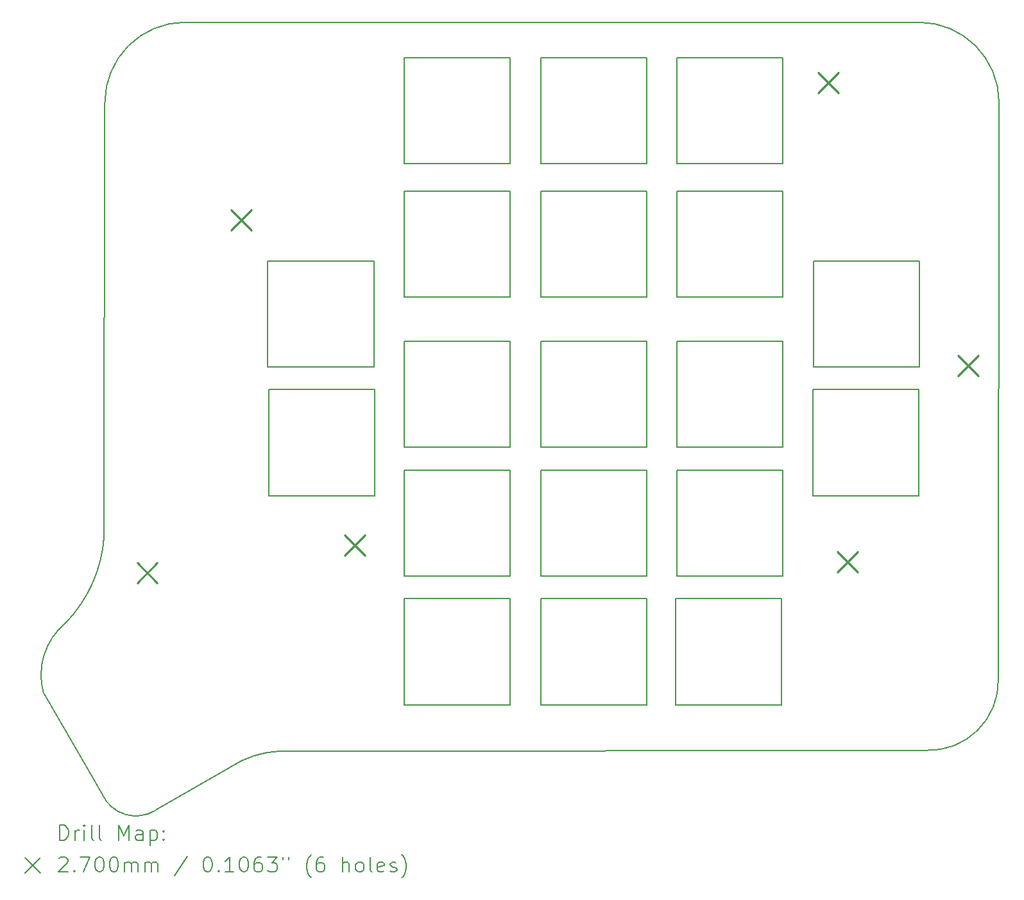
<source format=gbr>
%FSLAX45Y45*%
G04 Gerber Fmt 4.5, Leading zero omitted, Abs format (unit mm)*
G04 Created by KiCad (PCBNEW (6.0.5)) date 2022-06-01 14:27:18*
%MOMM*%
%LPD*%
G01*
G04 APERTURE LIST*
%TA.AperFunction,Profile*%
%ADD10C,0.200000*%
%TD*%
%ADD11C,0.200000*%
%ADD12C,0.270000*%
G04 APERTURE END LIST*
D10*
X14559767Y-10750000D02*
X14569533Y-5029533D01*
X14539769Y-14169999D02*
G75*
G03*
X15236050Y-14372546I439471J212689D01*
G01*
X26359767Y-12640000D02*
X26369066Y-5029533D01*
X14049767Y-11900000D02*
G75*
G03*
X14559767Y-10750000I-1307236J1267817D01*
G01*
X16879767Y-13590000D02*
X25409767Y-13580000D01*
X15629533Y-3969533D02*
X25309066Y-3969533D01*
X15236050Y-14372546D02*
X16224026Y-13801649D01*
X16879767Y-13590001D02*
G75*
G03*
X16224026Y-13801649I55013J-1292099D01*
G01*
X14539767Y-14170000D02*
X13759300Y-12819533D01*
X26369067Y-5029533D02*
G75*
G03*
X25309066Y-3969533I-1060007J-7D01*
G01*
X15629533Y-3969533D02*
G75*
G03*
X14569533Y-5029533I0J-1060000D01*
G01*
X25409767Y-13580000D02*
G75*
G03*
X26359767Y-12640000I30217J919515D01*
G01*
X14049767Y-11900001D02*
G75*
G03*
X13759300Y-12819533I566393J-684559D01*
G01*
X19919300Y-9579533D02*
X18519300Y-9579533D01*
X18519300Y-9579533D02*
X18519300Y-8179533D01*
X18519300Y-8179533D02*
X19919300Y-8179533D01*
X19919300Y-8179533D02*
X19919300Y-9579533D01*
X21719300Y-12979533D02*
X20319300Y-12979533D01*
X20319300Y-12979533D02*
X20319300Y-11579533D01*
X20319300Y-11579533D02*
X21719300Y-11579533D01*
X21719300Y-11579533D02*
X21719300Y-12979533D01*
X18129300Y-10219533D02*
X16729300Y-10219533D01*
X16729300Y-10219533D02*
X16729300Y-8819533D01*
X16729300Y-8819533D02*
X18129300Y-8819533D01*
X18129300Y-8819533D02*
X18129300Y-10219533D01*
X21719300Y-7599533D02*
X20319300Y-7599533D01*
X20319300Y-7599533D02*
X20319300Y-6199533D01*
X20319300Y-6199533D02*
X21719300Y-6199533D01*
X21719300Y-6199533D02*
X21719300Y-7599533D01*
X21719300Y-5839533D02*
X20319300Y-5839533D01*
X20319300Y-5839533D02*
X20319300Y-4439533D01*
X20319300Y-4439533D02*
X21719300Y-4439533D01*
X21719300Y-4439533D02*
X21719300Y-5839533D01*
X23519300Y-9579533D02*
X22119300Y-9579533D01*
X22119300Y-9579533D02*
X22119300Y-8179533D01*
X22119300Y-8179533D02*
X23519300Y-8179533D01*
X23519300Y-8179533D02*
X23519300Y-9579533D01*
X19919300Y-12979533D02*
X18519300Y-12979533D01*
X18519300Y-12979533D02*
X18519300Y-11579533D01*
X18519300Y-11579533D02*
X19919300Y-11579533D01*
X19919300Y-11579533D02*
X19919300Y-12979533D01*
X19919300Y-5839533D02*
X18519300Y-5839533D01*
X18519300Y-5839533D02*
X18519300Y-4439533D01*
X18519300Y-4439533D02*
X19919300Y-4439533D01*
X19919300Y-4439533D02*
X19919300Y-5839533D01*
X25309300Y-10219533D02*
X23909300Y-10219533D01*
X23909300Y-10219533D02*
X23909300Y-8819533D01*
X23909300Y-8819533D02*
X25309300Y-8819533D01*
X25309300Y-8819533D02*
X25309300Y-10219533D01*
X25319300Y-8520000D02*
X23919300Y-8520000D01*
X23919300Y-8520000D02*
X23919300Y-7120000D01*
X23919300Y-7120000D02*
X25319300Y-7120000D01*
X25319300Y-7120000D02*
X25319300Y-8520000D01*
X18119300Y-8519533D02*
X16719300Y-8519533D01*
X16719300Y-8519533D02*
X16719300Y-7119533D01*
X16719300Y-7119533D02*
X18119300Y-7119533D01*
X18119300Y-7119533D02*
X18119300Y-8519533D01*
X21719300Y-11279533D02*
X20319300Y-11279533D01*
X20319300Y-11279533D02*
X20319300Y-9879533D01*
X20319300Y-9879533D02*
X21719300Y-9879533D01*
X21719300Y-9879533D02*
X21719300Y-11279533D01*
X19919300Y-11279533D02*
X18519300Y-11279533D01*
X18519300Y-11279533D02*
X18519300Y-9879533D01*
X18519300Y-9879533D02*
X19919300Y-9879533D01*
X19919300Y-9879533D02*
X19919300Y-11279533D01*
X19919300Y-7599533D02*
X18519300Y-7599533D01*
X18519300Y-7599533D02*
X18519300Y-6199533D01*
X18519300Y-6199533D02*
X19919300Y-6199533D01*
X19919300Y-6199533D02*
X19919300Y-7599533D01*
X23519300Y-7599533D02*
X22119300Y-7599533D01*
X22119300Y-7599533D02*
X22119300Y-6199533D01*
X22119300Y-6199533D02*
X23519300Y-6199533D01*
X23519300Y-6199533D02*
X23519300Y-7599533D01*
X21719300Y-9579533D02*
X20319300Y-9579533D01*
X20319300Y-9579533D02*
X20319300Y-8179533D01*
X20319300Y-8179533D02*
X21719300Y-8179533D01*
X21719300Y-8179533D02*
X21719300Y-9579533D01*
X23499300Y-12979533D02*
X22099300Y-12979533D01*
X22099300Y-12979533D02*
X22099300Y-11579533D01*
X22099300Y-11579533D02*
X23499300Y-11579533D01*
X23499300Y-11579533D02*
X23499300Y-12979533D01*
X23519300Y-11279533D02*
X22119300Y-11279533D01*
X22119300Y-11279533D02*
X22119300Y-9879533D01*
X22119300Y-9879533D02*
X23519300Y-9879533D01*
X23519300Y-9879533D02*
X23519300Y-11279533D01*
X23519300Y-5839533D02*
X22119300Y-5839533D01*
X22119300Y-5839533D02*
X22119300Y-4439533D01*
X22119300Y-4439533D02*
X23519300Y-4439533D01*
X23519300Y-4439533D02*
X23519300Y-5839533D01*
D11*
D12*
X14994300Y-11104533D02*
X15264300Y-11374533D01*
X15264300Y-11104533D02*
X14994300Y-11374533D01*
X16234300Y-6444533D02*
X16504300Y-6714533D01*
X16504300Y-6444533D02*
X16234300Y-6714533D01*
X17734767Y-10735000D02*
X18004767Y-11005000D01*
X18004767Y-10735000D02*
X17734767Y-11005000D01*
X23984300Y-4634533D02*
X24254300Y-4904533D01*
X24254300Y-4634533D02*
X23984300Y-4904533D01*
X24234767Y-10955000D02*
X24504767Y-11225000D01*
X24504767Y-10955000D02*
X24234767Y-11225000D01*
X25824300Y-8364533D02*
X26094300Y-8634533D01*
X26094300Y-8364533D02*
X25824300Y-8634533D01*
D11*
X13975285Y-14766019D02*
X13975285Y-14566019D01*
X14022904Y-14566019D01*
X14051475Y-14575543D01*
X14070523Y-14594591D01*
X14080047Y-14613638D01*
X14089571Y-14651734D01*
X14089571Y-14680305D01*
X14080047Y-14718400D01*
X14070523Y-14737448D01*
X14051475Y-14756496D01*
X14022904Y-14766019D01*
X13975285Y-14766019D01*
X14175285Y-14766019D02*
X14175285Y-14632686D01*
X14175285Y-14670781D02*
X14184809Y-14651734D01*
X14194333Y-14642210D01*
X14213380Y-14632686D01*
X14232428Y-14632686D01*
X14299094Y-14766019D02*
X14299094Y-14632686D01*
X14299094Y-14566019D02*
X14289571Y-14575543D01*
X14299094Y-14585067D01*
X14308618Y-14575543D01*
X14299094Y-14566019D01*
X14299094Y-14585067D01*
X14422904Y-14766019D02*
X14403856Y-14756496D01*
X14394333Y-14737448D01*
X14394333Y-14566019D01*
X14527666Y-14766019D02*
X14508618Y-14756496D01*
X14499094Y-14737448D01*
X14499094Y-14566019D01*
X14756237Y-14766019D02*
X14756237Y-14566019D01*
X14822904Y-14708877D01*
X14889571Y-14566019D01*
X14889571Y-14766019D01*
X15070523Y-14766019D02*
X15070523Y-14661257D01*
X15060999Y-14642210D01*
X15041952Y-14632686D01*
X15003856Y-14632686D01*
X14984809Y-14642210D01*
X15070523Y-14756496D02*
X15051475Y-14766019D01*
X15003856Y-14766019D01*
X14984809Y-14756496D01*
X14975285Y-14737448D01*
X14975285Y-14718400D01*
X14984809Y-14699353D01*
X15003856Y-14689829D01*
X15051475Y-14689829D01*
X15070523Y-14680305D01*
X15165761Y-14632686D02*
X15165761Y-14832686D01*
X15165761Y-14642210D02*
X15184809Y-14632686D01*
X15222904Y-14632686D01*
X15241952Y-14642210D01*
X15251475Y-14651734D01*
X15260999Y-14670781D01*
X15260999Y-14727924D01*
X15251475Y-14746972D01*
X15241952Y-14756496D01*
X15222904Y-14766019D01*
X15184809Y-14766019D01*
X15165761Y-14756496D01*
X15346714Y-14746972D02*
X15356237Y-14756496D01*
X15346714Y-14766019D01*
X15337190Y-14756496D01*
X15346714Y-14746972D01*
X15346714Y-14766019D01*
X15346714Y-14642210D02*
X15356237Y-14651734D01*
X15346714Y-14661257D01*
X15337190Y-14651734D01*
X15346714Y-14642210D01*
X15346714Y-14661257D01*
X13517666Y-14995543D02*
X13717666Y-15195543D01*
X13717666Y-14995543D02*
X13517666Y-15195543D01*
X13965761Y-15005067D02*
X13975285Y-14995543D01*
X13994333Y-14986019D01*
X14041952Y-14986019D01*
X14060999Y-14995543D01*
X14070523Y-15005067D01*
X14080047Y-15024115D01*
X14080047Y-15043162D01*
X14070523Y-15071734D01*
X13956237Y-15186019D01*
X14080047Y-15186019D01*
X14165761Y-15166972D02*
X14175285Y-15176496D01*
X14165761Y-15186019D01*
X14156237Y-15176496D01*
X14165761Y-15166972D01*
X14165761Y-15186019D01*
X14241952Y-14986019D02*
X14375285Y-14986019D01*
X14289571Y-15186019D01*
X14489571Y-14986019D02*
X14508618Y-14986019D01*
X14527666Y-14995543D01*
X14537190Y-15005067D01*
X14546714Y-15024115D01*
X14556237Y-15062210D01*
X14556237Y-15109829D01*
X14546714Y-15147924D01*
X14537190Y-15166972D01*
X14527666Y-15176496D01*
X14508618Y-15186019D01*
X14489571Y-15186019D01*
X14470523Y-15176496D01*
X14460999Y-15166972D01*
X14451475Y-15147924D01*
X14441952Y-15109829D01*
X14441952Y-15062210D01*
X14451475Y-15024115D01*
X14460999Y-15005067D01*
X14470523Y-14995543D01*
X14489571Y-14986019D01*
X14680047Y-14986019D02*
X14699094Y-14986019D01*
X14718142Y-14995543D01*
X14727666Y-15005067D01*
X14737190Y-15024115D01*
X14746714Y-15062210D01*
X14746714Y-15109829D01*
X14737190Y-15147924D01*
X14727666Y-15166972D01*
X14718142Y-15176496D01*
X14699094Y-15186019D01*
X14680047Y-15186019D01*
X14660999Y-15176496D01*
X14651475Y-15166972D01*
X14641952Y-15147924D01*
X14632428Y-15109829D01*
X14632428Y-15062210D01*
X14641952Y-15024115D01*
X14651475Y-15005067D01*
X14660999Y-14995543D01*
X14680047Y-14986019D01*
X14832428Y-15186019D02*
X14832428Y-15052686D01*
X14832428Y-15071734D02*
X14841952Y-15062210D01*
X14860999Y-15052686D01*
X14889571Y-15052686D01*
X14908618Y-15062210D01*
X14918142Y-15081257D01*
X14918142Y-15186019D01*
X14918142Y-15081257D02*
X14927666Y-15062210D01*
X14946714Y-15052686D01*
X14975285Y-15052686D01*
X14994333Y-15062210D01*
X15003856Y-15081257D01*
X15003856Y-15186019D01*
X15099094Y-15186019D02*
X15099094Y-15052686D01*
X15099094Y-15071734D02*
X15108618Y-15062210D01*
X15127666Y-15052686D01*
X15156237Y-15052686D01*
X15175285Y-15062210D01*
X15184809Y-15081257D01*
X15184809Y-15186019D01*
X15184809Y-15081257D02*
X15194333Y-15062210D01*
X15213380Y-15052686D01*
X15241952Y-15052686D01*
X15260999Y-15062210D01*
X15270523Y-15081257D01*
X15270523Y-15186019D01*
X15660999Y-14976496D02*
X15489571Y-15233638D01*
X15918142Y-14986019D02*
X15937190Y-14986019D01*
X15956237Y-14995543D01*
X15965761Y-15005067D01*
X15975285Y-15024115D01*
X15984809Y-15062210D01*
X15984809Y-15109829D01*
X15975285Y-15147924D01*
X15965761Y-15166972D01*
X15956237Y-15176496D01*
X15937190Y-15186019D01*
X15918142Y-15186019D01*
X15899094Y-15176496D01*
X15889571Y-15166972D01*
X15880047Y-15147924D01*
X15870523Y-15109829D01*
X15870523Y-15062210D01*
X15880047Y-15024115D01*
X15889571Y-15005067D01*
X15899094Y-14995543D01*
X15918142Y-14986019D01*
X16070523Y-15166972D02*
X16080047Y-15176496D01*
X16070523Y-15186019D01*
X16060999Y-15176496D01*
X16070523Y-15166972D01*
X16070523Y-15186019D01*
X16270523Y-15186019D02*
X16156237Y-15186019D01*
X16213380Y-15186019D02*
X16213380Y-14986019D01*
X16194333Y-15014591D01*
X16175285Y-15033638D01*
X16156237Y-15043162D01*
X16394333Y-14986019D02*
X16413380Y-14986019D01*
X16432428Y-14995543D01*
X16441952Y-15005067D01*
X16451475Y-15024115D01*
X16460999Y-15062210D01*
X16460999Y-15109829D01*
X16451475Y-15147924D01*
X16441952Y-15166972D01*
X16432428Y-15176496D01*
X16413380Y-15186019D01*
X16394333Y-15186019D01*
X16375285Y-15176496D01*
X16365761Y-15166972D01*
X16356237Y-15147924D01*
X16346714Y-15109829D01*
X16346714Y-15062210D01*
X16356237Y-15024115D01*
X16365761Y-15005067D01*
X16375285Y-14995543D01*
X16394333Y-14986019D01*
X16632428Y-14986019D02*
X16594333Y-14986019D01*
X16575285Y-14995543D01*
X16565761Y-15005067D01*
X16546714Y-15033638D01*
X16537190Y-15071734D01*
X16537190Y-15147924D01*
X16546714Y-15166972D01*
X16556237Y-15176496D01*
X16575285Y-15186019D01*
X16613380Y-15186019D01*
X16632428Y-15176496D01*
X16641952Y-15166972D01*
X16651475Y-15147924D01*
X16651475Y-15100305D01*
X16641952Y-15081257D01*
X16632428Y-15071734D01*
X16613380Y-15062210D01*
X16575285Y-15062210D01*
X16556237Y-15071734D01*
X16546714Y-15081257D01*
X16537190Y-15100305D01*
X16718142Y-14986019D02*
X16841952Y-14986019D01*
X16775285Y-15062210D01*
X16803856Y-15062210D01*
X16822904Y-15071734D01*
X16832428Y-15081257D01*
X16841952Y-15100305D01*
X16841952Y-15147924D01*
X16832428Y-15166972D01*
X16822904Y-15176496D01*
X16803856Y-15186019D01*
X16746714Y-15186019D01*
X16727666Y-15176496D01*
X16718142Y-15166972D01*
X16918142Y-14986019D02*
X16918142Y-15024115D01*
X16994333Y-14986019D02*
X16994333Y-15024115D01*
X17289571Y-15262210D02*
X17280047Y-15252686D01*
X17260999Y-15224115D01*
X17251476Y-15205067D01*
X17241952Y-15176496D01*
X17232428Y-15128877D01*
X17232428Y-15090781D01*
X17241952Y-15043162D01*
X17251476Y-15014591D01*
X17260999Y-14995543D01*
X17280047Y-14966972D01*
X17289571Y-14957448D01*
X17451476Y-14986019D02*
X17413380Y-14986019D01*
X17394333Y-14995543D01*
X17384809Y-15005067D01*
X17365761Y-15033638D01*
X17356237Y-15071734D01*
X17356237Y-15147924D01*
X17365761Y-15166972D01*
X17375285Y-15176496D01*
X17394333Y-15186019D01*
X17432428Y-15186019D01*
X17451476Y-15176496D01*
X17460999Y-15166972D01*
X17470523Y-15147924D01*
X17470523Y-15100305D01*
X17460999Y-15081257D01*
X17451476Y-15071734D01*
X17432428Y-15062210D01*
X17394333Y-15062210D01*
X17375285Y-15071734D01*
X17365761Y-15081257D01*
X17356237Y-15100305D01*
X17708618Y-15186019D02*
X17708618Y-14986019D01*
X17794333Y-15186019D02*
X17794333Y-15081257D01*
X17784809Y-15062210D01*
X17765761Y-15052686D01*
X17737190Y-15052686D01*
X17718142Y-15062210D01*
X17708618Y-15071734D01*
X17918142Y-15186019D02*
X17899095Y-15176496D01*
X17889571Y-15166972D01*
X17880047Y-15147924D01*
X17880047Y-15090781D01*
X17889571Y-15071734D01*
X17899095Y-15062210D01*
X17918142Y-15052686D01*
X17946714Y-15052686D01*
X17965761Y-15062210D01*
X17975285Y-15071734D01*
X17984809Y-15090781D01*
X17984809Y-15147924D01*
X17975285Y-15166972D01*
X17965761Y-15176496D01*
X17946714Y-15186019D01*
X17918142Y-15186019D01*
X18099095Y-15186019D02*
X18080047Y-15176496D01*
X18070523Y-15157448D01*
X18070523Y-14986019D01*
X18251476Y-15176496D02*
X18232428Y-15186019D01*
X18194333Y-15186019D01*
X18175285Y-15176496D01*
X18165761Y-15157448D01*
X18165761Y-15081257D01*
X18175285Y-15062210D01*
X18194333Y-15052686D01*
X18232428Y-15052686D01*
X18251476Y-15062210D01*
X18260999Y-15081257D01*
X18260999Y-15100305D01*
X18165761Y-15119353D01*
X18337190Y-15176496D02*
X18356237Y-15186019D01*
X18394333Y-15186019D01*
X18413380Y-15176496D01*
X18422904Y-15157448D01*
X18422904Y-15147924D01*
X18413380Y-15128877D01*
X18394333Y-15119353D01*
X18365761Y-15119353D01*
X18346714Y-15109829D01*
X18337190Y-15090781D01*
X18337190Y-15081257D01*
X18346714Y-15062210D01*
X18365761Y-15052686D01*
X18394333Y-15052686D01*
X18413380Y-15062210D01*
X18489571Y-15262210D02*
X18499095Y-15252686D01*
X18518142Y-15224115D01*
X18527666Y-15205067D01*
X18537190Y-15176496D01*
X18546714Y-15128877D01*
X18546714Y-15090781D01*
X18537190Y-15043162D01*
X18527666Y-15014591D01*
X18518142Y-14995543D01*
X18499095Y-14966972D01*
X18489571Y-14957448D01*
M02*

</source>
